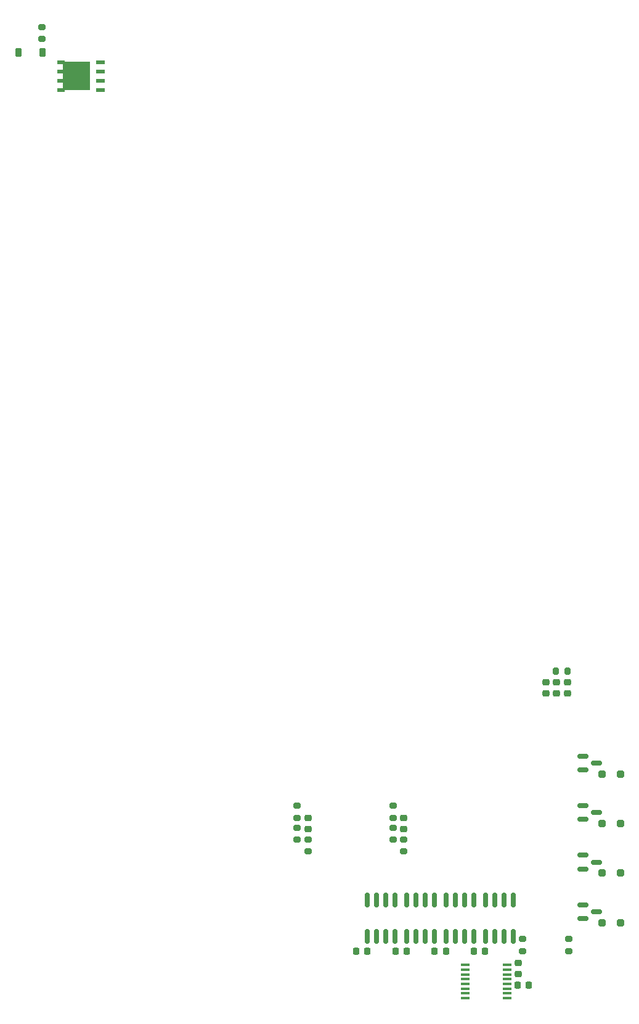
<source format=gbr>
%TF.GenerationSoftware,KiCad,Pcbnew,9.0.5*%
%TF.CreationDate,2025-10-30T19:19:09-04:00*%
%TF.ProjectId,powerdist,706f7765-7264-4697-9374-2e6b69636164,v1*%
%TF.SameCoordinates,Original*%
%TF.FileFunction,Paste,Bot*%
%TF.FilePolarity,Positive*%
%FSLAX46Y46*%
G04 Gerber Fmt 4.6, Leading zero omitted, Abs format (unit mm)*
G04 Created by KiCad (PCBNEW 9.0.5) date 2025-10-30 19:19:09*
%MOMM*%
%LPD*%
G01*
G04 APERTURE LIST*
G04 Aperture macros list*
%AMRoundRect*
0 Rectangle with rounded corners*
0 $1 Rounding radius*
0 $2 $3 $4 $5 $6 $7 $8 $9 X,Y pos of 4 corners*
0 Add a 4 corners polygon primitive as box body*
4,1,4,$2,$3,$4,$5,$6,$7,$8,$9,$2,$3,0*
0 Add four circle primitives for the rounded corners*
1,1,$1+$1,$2,$3*
1,1,$1+$1,$4,$5*
1,1,$1+$1,$6,$7*
1,1,$1+$1,$8,$9*
0 Add four rect primitives between the rounded corners*
20,1,$1+$1,$2,$3,$4,$5,0*
20,1,$1+$1,$4,$5,$6,$7,0*
20,1,$1+$1,$6,$7,$8,$9,0*
20,1,$1+$1,$8,$9,$2,$3,0*%
G04 Aperture macros list end*
%ADD10RoundRect,0.200000X-0.275000X0.200000X-0.275000X-0.200000X0.275000X-0.200000X0.275000X0.200000X0*%
%ADD11RoundRect,0.250000X-0.250000X-0.250000X0.250000X-0.250000X0.250000X0.250000X-0.250000X0.250000X0*%
%ADD12RoundRect,0.225000X0.225000X0.250000X-0.225000X0.250000X-0.225000X-0.250000X0.225000X-0.250000X0*%
%ADD13R,1.270000X0.610000*%
%ADD14R,3.810000X3.910000*%
%ADD15R,1.020000X0.610000*%
%ADD16RoundRect,0.225000X0.250000X-0.225000X0.250000X0.225000X-0.250000X0.225000X-0.250000X-0.225000X0*%
%ADD17O,1.200000X0.399999*%
%ADD18RoundRect,0.150000X-0.587500X-0.150000X0.587500X-0.150000X0.587500X0.150000X-0.587500X0.150000X0*%
%ADD19RoundRect,0.150000X-0.150000X0.825000X-0.150000X-0.825000X0.150000X-0.825000X0.150000X0.825000X0*%
%ADD20RoundRect,0.200000X0.275000X-0.200000X0.275000X0.200000X-0.275000X0.200000X-0.275000X-0.200000X0*%
%ADD21RoundRect,0.200000X0.200000X0.275000X-0.200000X0.275000X-0.200000X-0.275000X0.200000X-0.275000X0*%
%ADD22RoundRect,0.225000X0.225000X0.375000X-0.225000X0.375000X-0.225000X-0.375000X0.225000X-0.375000X0*%
%ADD23RoundRect,0.225000X-0.225000X-0.250000X0.225000X-0.250000X0.225000X0.250000X-0.225000X0.250000X0*%
%ADD24RoundRect,0.225000X-0.250000X0.225000X-0.250000X-0.225000X0.250000X-0.225000X0.250000X0.225000X0*%
G04 APERTURE END LIST*
D10*
%TO.C,R1*%
X71200000Y-73675000D03*
X71200000Y-75325000D03*
%TD*%
D11*
%TO.C,D11*%
X148150000Y-196600000D03*
X150650000Y-196600000D03*
%TD*%
D12*
%TO.C,C114*%
X121275000Y-200500000D03*
X119725000Y-200500000D03*
%TD*%
%TO.C,C113*%
X115875000Y-200500000D03*
X114325000Y-200500000D03*
%TD*%
D13*
%TO.C,Q1*%
X79250000Y-78500000D03*
X79250000Y-79770000D03*
X79250000Y-81040000D03*
X79250000Y-82310000D03*
D14*
X75890000Y-80405000D03*
D15*
X73785000Y-82310000D03*
X73785000Y-81040000D03*
X73785000Y-79770000D03*
X73785000Y-78500000D03*
%TD*%
D16*
%TO.C,C82*%
X140400000Y-165175000D03*
X140400000Y-163625000D03*
%TD*%
D11*
%TO.C,D8*%
X148150000Y-176200000D03*
X150650000Y-176200000D03*
%TD*%
D10*
%TO.C,R131*%
X106200000Y-180575000D03*
X106200000Y-182225000D03*
%TD*%
D12*
%TO.C,C115*%
X126675000Y-200500000D03*
X125125000Y-200500000D03*
%TD*%
%TO.C,C116*%
X132075000Y-200500000D03*
X130525000Y-200500000D03*
%TD*%
D17*
%TO.C,U9*%
X129349998Y-206974999D03*
X129349998Y-206324998D03*
X129349998Y-205674999D03*
X129349998Y-205024998D03*
X129349998Y-204374999D03*
X129349998Y-203724998D03*
X129349998Y-203074999D03*
X129349998Y-202424998D03*
X135049997Y-202424998D03*
X135049997Y-203074999D03*
X135049997Y-203724998D03*
X135049997Y-204374999D03*
X135049997Y-205024998D03*
X135049997Y-205674999D03*
X135049997Y-206324998D03*
X135049997Y-206974999D03*
%TD*%
D11*
%TO.C,D10*%
X148150000Y-189800000D03*
X150650000Y-189800000D03*
%TD*%
D10*
%TO.C,R130*%
X120900000Y-185175000D03*
X120900000Y-186825000D03*
%TD*%
D16*
%TO.C,C79*%
X143400000Y-165175000D03*
X143400000Y-163625000D03*
%TD*%
D18*
%TO.C,Q8*%
X145462500Y-196050000D03*
X145462500Y-194150000D03*
X147337500Y-195100000D03*
%TD*%
D19*
%TO.C,U15*%
X132095000Y-193525000D03*
X133365000Y-193525000D03*
X134635000Y-193525000D03*
X135905000Y-193525000D03*
X135905000Y-198475000D03*
X134635000Y-198475000D03*
X133365000Y-198475000D03*
X132095000Y-198475000D03*
%TD*%
D18*
%TO.C,Q6*%
X145462500Y-182450000D03*
X145462500Y-180550000D03*
X147337500Y-181500000D03*
%TD*%
D20*
%TO.C,R7*%
X106200000Y-185225000D03*
X106200000Y-183575000D03*
%TD*%
D10*
%TO.C,R132*%
X107700000Y-185175000D03*
X107700000Y-186825000D03*
%TD*%
D16*
%TO.C,C112*%
X107700000Y-183775000D03*
X107700000Y-182225000D03*
%TD*%
D19*
%TO.C,U14*%
X126695000Y-193525000D03*
X127965000Y-193525000D03*
X129235000Y-193525000D03*
X130505000Y-193525000D03*
X130505000Y-198475000D03*
X129235000Y-198475000D03*
X127965000Y-198475000D03*
X126695000Y-198475000D03*
%TD*%
%TO.C,U12*%
X115895000Y-193525000D03*
X117165000Y-193525000D03*
X118435000Y-193525000D03*
X119705000Y-193525000D03*
X119705000Y-198475000D03*
X118435000Y-198475000D03*
X117165000Y-198475000D03*
X115895000Y-198475000D03*
%TD*%
D16*
%TO.C,C80*%
X141900000Y-165175000D03*
X141900000Y-163625000D03*
%TD*%
D21*
%TO.C,R117*%
X143400000Y-162100000D03*
X141750000Y-162100000D03*
%TD*%
D22*
%TO.C,D1*%
X71250000Y-77200000D03*
X67950000Y-77200000D03*
%TD*%
D20*
%TO.C,R10*%
X137220000Y-200525000D03*
X137220000Y-198875000D03*
%TD*%
D19*
%TO.C,U13*%
X121295000Y-193525000D03*
X122565000Y-193525000D03*
X123835000Y-193525000D03*
X125105000Y-193525000D03*
X125105000Y-198475000D03*
X123835000Y-198475000D03*
X122565000Y-198475000D03*
X121295000Y-198475000D03*
%TD*%
D16*
%TO.C,C107*%
X120900000Y-183775000D03*
X120900000Y-182225000D03*
%TD*%
D23*
%TO.C,C102*%
X136525000Y-205200000D03*
X138075000Y-205200000D03*
%TD*%
D20*
%TO.C,R11*%
X143520000Y-200525000D03*
X143520000Y-198875000D03*
%TD*%
D24*
%TO.C,C101*%
X136600000Y-202125000D03*
X136600000Y-203675000D03*
%TD*%
D10*
%TO.C,R129*%
X119400000Y-180574998D03*
X119400000Y-182224998D03*
%TD*%
D18*
%TO.C,Q7*%
X145462500Y-189250000D03*
X145462500Y-187350000D03*
X147337500Y-188300000D03*
%TD*%
D20*
%TO.C,R6*%
X119400000Y-185224998D03*
X119400000Y-183574998D03*
%TD*%
D11*
%TO.C,D9*%
X148150000Y-183000000D03*
X150650000Y-183000000D03*
%TD*%
D18*
%TO.C,Q5*%
X145462500Y-175650000D03*
X145462500Y-173750000D03*
X147337500Y-174700000D03*
%TD*%
M02*

</source>
